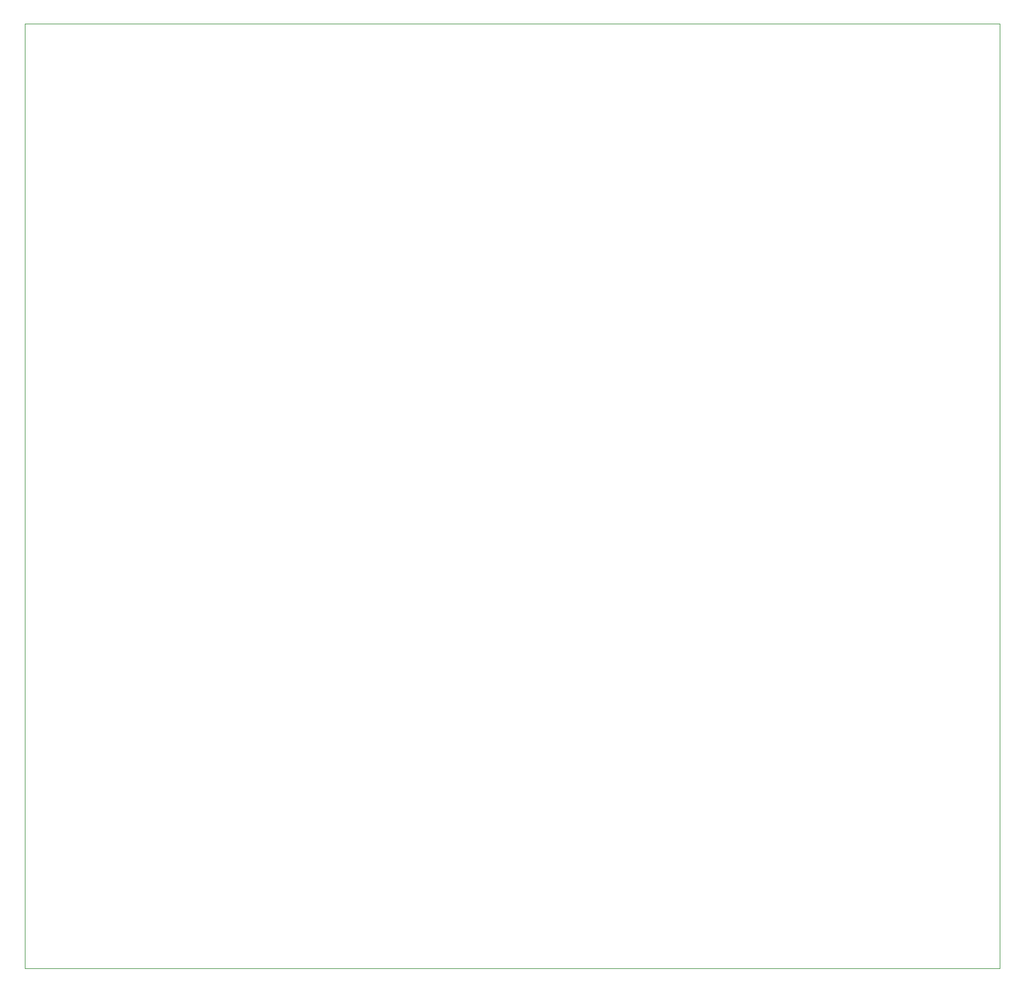
<source format=gbr>
%TF.GenerationSoftware,KiCad,Pcbnew,8.0.8*%
%TF.CreationDate,2025-03-01T14:31:09-05:00*%
%TF.ProjectId,MyFirstBuck,4d794669-7273-4744-9275-636b2e6b6963,rev?*%
%TF.SameCoordinates,Original*%
%TF.FileFunction,Profile,NP*%
%FSLAX46Y46*%
G04 Gerber Fmt 4.6, Leading zero omitted, Abs format (unit mm)*
G04 Created by KiCad (PCBNEW 8.0.8) date 2025-03-01 14:31:09*
%MOMM*%
%LPD*%
G01*
G04 APERTURE LIST*
%TA.AperFunction,Profile*%
%ADD10C,0.050000*%
%TD*%
G04 APERTURE END LIST*
D10*
X68250000Y-21500000D02*
X207750000Y-21500000D01*
X207750000Y-156604695D01*
X68250000Y-156604695D01*
X68250000Y-21500000D01*
M02*

</source>
